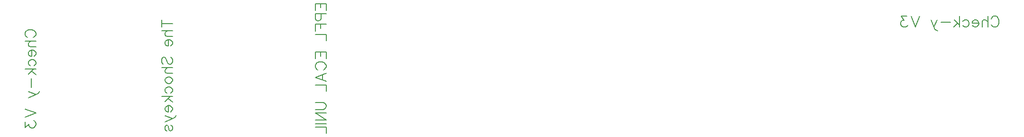
<source format=gbo>
G04 Layer: BottomSilkLayer*
G04 EasyEDA v6.4.14, 2021-01-19T22:22:16+01:00*
G04 02485e9e15114f7e80ffde9a8eea953d,da693c564b984109b00d12f045165e1a,10*
G04 Gerber Generator version 0.2*
G04 Scale: 100 percent, Rotated: No, Reflected: No *
G04 Dimensions in millimeters *
G04 leading zeros omitted , absolute positions ,4 integer and 5 decimal *
%FSLAX45Y45*%
%MOMM*%

%ADD49C,0.2032*%

%LPD*%
D49*
X16420823Y2423665D02*
G01*
X16614625Y2423665D01*
X16420823Y2488435D02*
G01*
X16420823Y2359149D01*
X16420823Y2298189D02*
G01*
X16614625Y2298189D01*
X16522423Y2298189D02*
G01*
X16494737Y2270503D01*
X16485339Y2251961D01*
X16485339Y2224275D01*
X16494737Y2205733D01*
X16522423Y2196589D01*
X16614625Y2196589D01*
X16540711Y2135629D02*
G01*
X16540711Y2024885D01*
X16522423Y2024885D01*
X16503881Y2034029D01*
X16494737Y2043173D01*
X16485339Y2061715D01*
X16485339Y2089401D01*
X16494737Y2107943D01*
X16513025Y2126485D01*
X16540711Y2135629D01*
X16559253Y2135629D01*
X16586939Y2126485D01*
X16605481Y2107943D01*
X16614625Y2089401D01*
X16614625Y2061715D01*
X16605481Y2043173D01*
X16586939Y2024885D01*
X16448509Y1692145D02*
G01*
X16429967Y1710687D01*
X16420823Y1738373D01*
X16420823Y1775457D01*
X16429967Y1803143D01*
X16448509Y1821685D01*
X16467051Y1821685D01*
X16485339Y1812287D01*
X16494737Y1803143D01*
X16503881Y1784601D01*
X16522423Y1729229D01*
X16531567Y1710687D01*
X16540711Y1701543D01*
X16559253Y1692145D01*
X16586939Y1692145D01*
X16605481Y1710687D01*
X16614625Y1738373D01*
X16614625Y1775457D01*
X16605481Y1803143D01*
X16586939Y1821685D01*
X16420823Y1631185D02*
G01*
X16614625Y1631185D01*
X16522423Y1631185D02*
G01*
X16494737Y1603499D01*
X16485339Y1585211D01*
X16485339Y1557525D01*
X16494737Y1538983D01*
X16522423Y1529585D01*
X16614625Y1529585D01*
X16485339Y1422651D02*
G01*
X16494737Y1440939D01*
X16513025Y1459481D01*
X16540711Y1468625D01*
X16559253Y1468625D01*
X16586939Y1459481D01*
X16605481Y1440939D01*
X16614625Y1422651D01*
X16614625Y1394965D01*
X16605481Y1376423D01*
X16586939Y1357881D01*
X16559253Y1348737D01*
X16540711Y1348737D01*
X16513025Y1357881D01*
X16494737Y1376423D01*
X16485339Y1394965D01*
X16485339Y1422651D01*
X16513025Y1176779D02*
G01*
X16494737Y1195321D01*
X16485339Y1213863D01*
X16485339Y1241549D01*
X16494737Y1260091D01*
X16513025Y1278379D01*
X16540711Y1287777D01*
X16559253Y1287777D01*
X16586939Y1278379D01*
X16605481Y1260091D01*
X16614625Y1241549D01*
X16614625Y1213863D01*
X16605481Y1195321D01*
X16586939Y1176779D01*
X16420823Y1115819D02*
G01*
X16614625Y1115819D01*
X16485339Y1023617D02*
G01*
X16577795Y1115819D01*
X16540711Y1078989D02*
G01*
X16614625Y1014219D01*
X16540711Y953259D02*
G01*
X16540711Y842515D01*
X16522423Y842515D01*
X16503881Y851659D01*
X16494737Y861057D01*
X16485339Y879345D01*
X16485339Y907285D01*
X16494737Y925573D01*
X16513025Y944115D01*
X16540711Y953259D01*
X16559253Y953259D01*
X16586939Y944115D01*
X16605481Y925573D01*
X16614625Y907285D01*
X16614625Y879345D01*
X16605481Y861057D01*
X16586939Y842515D01*
X16485339Y772411D02*
G01*
X16614625Y716785D01*
X16485339Y661413D02*
G01*
X16614625Y716785D01*
X16651709Y735327D01*
X16670251Y753869D01*
X16679395Y772411D01*
X16679395Y781555D01*
X16513025Y498853D02*
G01*
X16494737Y508251D01*
X16485339Y535937D01*
X16485339Y563623D01*
X16494737Y591309D01*
X16513025Y600453D01*
X16531567Y591309D01*
X16540711Y572767D01*
X16550109Y526539D01*
X16559253Y508251D01*
X16577795Y498853D01*
X16586939Y498853D01*
X16605481Y508251D01*
X16614625Y535937D01*
X16614625Y563623D01*
X16605481Y591309D01*
X16586939Y600453D01*
X14028651Y2172205D02*
G01*
X14010109Y2181349D01*
X13991567Y2199891D01*
X13982423Y2218179D01*
X13982423Y2255263D01*
X13991567Y2273805D01*
X14010109Y2292093D01*
X14028651Y2301491D01*
X14056337Y2310635D01*
X14102311Y2310635D01*
X14130251Y2301491D01*
X14148539Y2292093D01*
X14167081Y2273805D01*
X14176225Y2255263D01*
X14176225Y2218179D01*
X14167081Y2199891D01*
X14148539Y2181349D01*
X14130251Y2172205D01*
X13982423Y2111245D02*
G01*
X14176225Y2111245D01*
X14084023Y2111245D02*
G01*
X14056337Y2083305D01*
X14046939Y2065017D01*
X14046939Y2037331D01*
X14056337Y2018789D01*
X14084023Y2009645D01*
X14176225Y2009645D01*
X14102311Y1948685D02*
G01*
X14102311Y1837687D01*
X14084023Y1837687D01*
X14065481Y1847085D01*
X14056337Y1856229D01*
X14046939Y1874771D01*
X14046939Y1902457D01*
X14056337Y1920745D01*
X14074625Y1939287D01*
X14102311Y1948685D01*
X14120853Y1948685D01*
X14148539Y1939287D01*
X14167081Y1920745D01*
X14176225Y1902457D01*
X14176225Y1874771D01*
X14167081Y1856229D01*
X14148539Y1837687D01*
X14074625Y1665983D02*
G01*
X14056337Y1684525D01*
X14046939Y1702813D01*
X14046939Y1730499D01*
X14056337Y1749041D01*
X14074625Y1767583D01*
X14102311Y1776727D01*
X14120853Y1776727D01*
X14148539Y1767583D01*
X14167081Y1749041D01*
X14176225Y1730499D01*
X14176225Y1702813D01*
X14167081Y1684525D01*
X14148539Y1665983D01*
X13982423Y1605023D02*
G01*
X14176225Y1605023D01*
X14046939Y1512567D02*
G01*
X14139395Y1605023D01*
X14102311Y1567939D02*
G01*
X14176225Y1503423D01*
X14093167Y1442463D02*
G01*
X14093167Y1276093D01*
X14046939Y1205989D02*
G01*
X14176225Y1150617D01*
X14046939Y1095245D02*
G01*
X14176225Y1150617D01*
X14213309Y1168905D01*
X14231851Y1187447D01*
X14240995Y1205989D01*
X14240995Y1215133D01*
X13982423Y892045D02*
G01*
X14176225Y818131D01*
X13982423Y744217D02*
G01*
X14176225Y818131D01*
X13982423Y664715D02*
G01*
X13982423Y563115D01*
X14056337Y618487D01*
X14056337Y590801D01*
X14065481Y572259D01*
X14074625Y563115D01*
X14102311Y553971D01*
X14120853Y553971D01*
X14148539Y563115D01*
X14167081Y581657D01*
X14176225Y609343D01*
X14176225Y637029D01*
X14167081Y664715D01*
X14157937Y673859D01*
X14139395Y683257D01*
X19164023Y2780535D02*
G01*
X19357825Y2780535D01*
X19164023Y2780535D02*
G01*
X19164023Y2660393D01*
X19256225Y2780535D02*
G01*
X19256225Y2706621D01*
X19357825Y2780535D02*
G01*
X19357825Y2660393D01*
X19164023Y2599433D02*
G01*
X19357825Y2599433D01*
X19164023Y2599433D02*
G01*
X19164023Y2516375D01*
X19173167Y2488689D01*
X19182311Y2479545D01*
X19200853Y2470147D01*
X19228539Y2470147D01*
X19247081Y2479545D01*
X19256225Y2488689D01*
X19265623Y2516375D01*
X19265623Y2599433D01*
X19164023Y2409187D02*
G01*
X19357825Y2409187D01*
X19164023Y2409187D02*
G01*
X19164023Y2289045D01*
X19256225Y2409187D02*
G01*
X19256225Y2335273D01*
X19164023Y2228085D02*
G01*
X19357825Y2228085D01*
X19357825Y2228085D02*
G01*
X19357825Y2117341D01*
X19164023Y1914141D02*
G01*
X19357825Y1914141D01*
X19164023Y1914141D02*
G01*
X19164023Y1793999D01*
X19256225Y1914141D02*
G01*
X19256225Y1840227D01*
X19357825Y1914141D02*
G01*
X19357825Y1793999D01*
X19210251Y1594609D02*
G01*
X19191709Y1603753D01*
X19173167Y1622295D01*
X19164023Y1640837D01*
X19164023Y1677667D01*
X19173167Y1696209D01*
X19191709Y1714751D01*
X19210251Y1723895D01*
X19237937Y1733039D01*
X19283911Y1733039D01*
X19311851Y1723895D01*
X19330139Y1714751D01*
X19348681Y1696209D01*
X19357825Y1677667D01*
X19357825Y1640837D01*
X19348681Y1622295D01*
X19330139Y1603753D01*
X19311851Y1594609D01*
X19164023Y1459735D02*
G01*
X19357825Y1533649D01*
X19164023Y1459735D02*
G01*
X19357825Y1385821D01*
X19293309Y1505963D02*
G01*
X19293309Y1413507D01*
X19164023Y1324861D02*
G01*
X19357825Y1324861D01*
X19357825Y1324861D02*
G01*
X19357825Y1214117D01*
X19164023Y1010917D02*
G01*
X19302453Y1010917D01*
X19330139Y1001519D01*
X19348681Y983231D01*
X19357825Y955545D01*
X19357825Y937003D01*
X19348681Y909317D01*
X19330139Y890775D01*
X19302453Y881631D01*
X19164023Y881631D01*
X19164023Y820671D02*
G01*
X19357825Y820671D01*
X19164023Y820671D02*
G01*
X19357825Y691385D01*
X19164023Y691385D02*
G01*
X19357825Y691385D01*
X19164023Y630425D02*
G01*
X19357825Y630425D01*
X19164023Y569465D02*
G01*
X19357825Y569465D01*
X19357825Y569465D02*
G01*
X19357825Y458467D01*
X31232071Y2507485D02*
G01*
X31241215Y2526027D01*
X31259757Y2544569D01*
X31278045Y2553713D01*
X31315129Y2553713D01*
X31333671Y2544569D01*
X31351959Y2526027D01*
X31361357Y2507485D01*
X31370501Y2479799D01*
X31370501Y2433825D01*
X31361357Y2405885D01*
X31351959Y2387597D01*
X31333671Y2369055D01*
X31315129Y2359911D01*
X31278045Y2359911D01*
X31259757Y2369055D01*
X31241215Y2387597D01*
X31232071Y2405885D01*
X31171111Y2553713D02*
G01*
X31171111Y2359911D01*
X31171111Y2452113D02*
G01*
X31143171Y2479799D01*
X31124883Y2489197D01*
X31097197Y2489197D01*
X31078655Y2479799D01*
X31069511Y2452113D01*
X31069511Y2359911D01*
X31008551Y2433825D02*
G01*
X30897553Y2433825D01*
X30897553Y2452113D01*
X30906951Y2470655D01*
X30916095Y2479799D01*
X30934637Y2489197D01*
X30962323Y2489197D01*
X30980611Y2479799D01*
X30999153Y2461511D01*
X31008551Y2433825D01*
X31008551Y2415283D01*
X30999153Y2387597D01*
X30980611Y2369055D01*
X30962323Y2359911D01*
X30934637Y2359911D01*
X30916095Y2369055D01*
X30897553Y2387597D01*
X30725849Y2461511D02*
G01*
X30744391Y2479799D01*
X30762679Y2489197D01*
X30790365Y2489197D01*
X30808907Y2479799D01*
X30827449Y2461511D01*
X30836593Y2433825D01*
X30836593Y2415283D01*
X30827449Y2387597D01*
X30808907Y2369055D01*
X30790365Y2359911D01*
X30762679Y2359911D01*
X30744391Y2369055D01*
X30725849Y2387597D01*
X30664889Y2553713D02*
G01*
X30664889Y2359911D01*
X30572433Y2489197D02*
G01*
X30664889Y2396741D01*
X30627805Y2433825D02*
G01*
X30563289Y2359911D01*
X30502329Y2442969D02*
G01*
X30335959Y2442969D01*
X30265855Y2489197D02*
G01*
X30210483Y2359911D01*
X30155111Y2489197D02*
G01*
X30210483Y2359911D01*
X30228771Y2322827D01*
X30247313Y2304285D01*
X30265855Y2295141D01*
X30274999Y2295141D01*
X29951911Y2553713D02*
G01*
X29877997Y2359911D01*
X29804083Y2553713D02*
G01*
X29877997Y2359911D01*
X29724581Y2553713D02*
G01*
X29622981Y2553713D01*
X29678353Y2479799D01*
X29650667Y2479799D01*
X29632125Y2470655D01*
X29622981Y2461511D01*
X29613837Y2433825D01*
X29613837Y2415283D01*
X29622981Y2387597D01*
X29641523Y2369055D01*
X29669209Y2359911D01*
X29696895Y2359911D01*
X29724581Y2369055D01*
X29733725Y2378199D01*
X29743123Y2396741D01*
M02*

</source>
